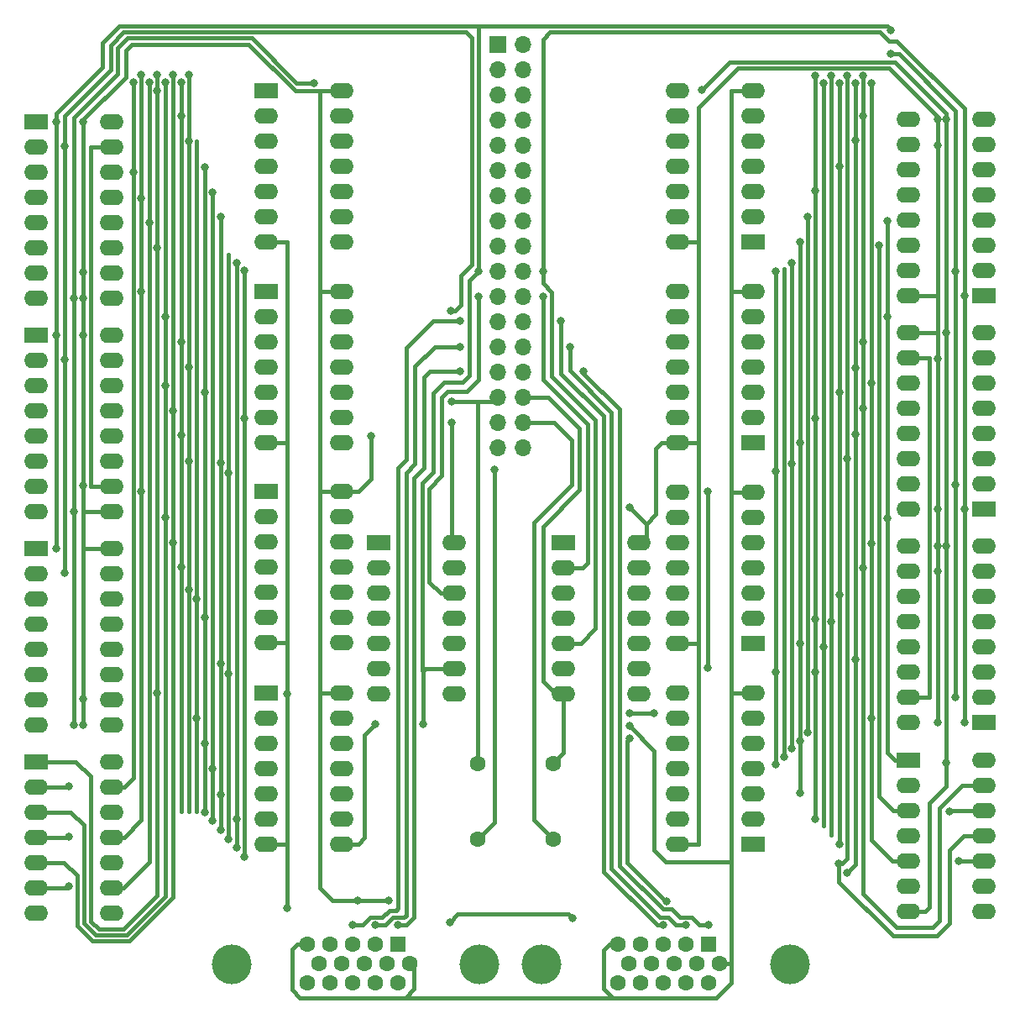
<source format=gbr>
%TF.GenerationSoftware,KiCad,Pcbnew,(6.0.5)*%
%TF.CreationDate,2022-10-16T21:23:39+03:00*%
%TF.ProjectId,VGA_SCREENSYNC,5647415f-5343-4524-9545-4e53594e432e,rev?*%
%TF.SameCoordinates,Original*%
%TF.FileFunction,Copper,L2,Bot*%
%TF.FilePolarity,Positive*%
%FSLAX46Y46*%
G04 Gerber Fmt 4.6, Leading zero omitted, Abs format (unit mm)*
G04 Created by KiCad (PCBNEW (6.0.5)) date 2022-10-16 21:23:39*
%MOMM*%
%LPD*%
G01*
G04 APERTURE LIST*
%TA.AperFunction,ComponentPad*%
%ADD10C,1.600000*%
%TD*%
%TA.AperFunction,ComponentPad*%
%ADD11R,2.400000X1.600000*%
%TD*%
%TA.AperFunction,ComponentPad*%
%ADD12O,2.400000X1.600000*%
%TD*%
%TA.AperFunction,ComponentPad*%
%ADD13R,1.700000X1.700000*%
%TD*%
%TA.AperFunction,ComponentPad*%
%ADD14O,1.700000X1.700000*%
%TD*%
%TA.AperFunction,ComponentPad*%
%ADD15C,4.000000*%
%TD*%
%TA.AperFunction,ComponentPad*%
%ADD16R,1.600000X1.600000*%
%TD*%
%TA.AperFunction,ViaPad*%
%ADD17C,0.800000*%
%TD*%
%TA.AperFunction,Conductor*%
%ADD18C,0.400000*%
%TD*%
G04 APERTURE END LIST*
D10*
%TO.P,,2*%
%TO.N,N/C*%
X95010000Y-117250000D03*
%TD*%
D11*
%TO.P,74LS30,1*%
%TO.N,N/C*%
X73700000Y-49460000D03*
D12*
%TO.P,74LS30,2*%
X73700000Y-52000000D03*
%TO.P,74LS30,3*%
X73700000Y-54540000D03*
%TO.P,74LS30,4*%
X73700000Y-57080000D03*
%TO.P,74LS30,5*%
X73700000Y-59620000D03*
%TO.P,74LS30,6*%
X73700000Y-62160000D03*
%TO.P,74LS30,7*%
X73700000Y-64700000D03*
%TO.P,74LS30,8*%
X81320000Y-64700000D03*
%TO.P,74LS30,9*%
X81320000Y-62160000D03*
%TO.P,74LS30,10*%
X81320000Y-59620000D03*
%TO.P,74LS30,11*%
X81320000Y-57080000D03*
%TO.P,74LS30,12*%
X81320000Y-54540000D03*
%TO.P,74LS30,13*%
X81320000Y-52000000D03*
%TO.P,74LS30,14*%
X81320000Y-49460000D03*
%TD*%
D13*
%TO.P,2x17 Connector  ,1*%
%TO.N,N/C*%
X97070000Y-44750000D03*
D14*
%TO.P,2x17 Connector  ,2*%
X99610000Y-44750000D03*
%TO.P,2x17 Connector  ,3*%
X97070000Y-47290000D03*
%TO.P,2x17 Connector  ,4*%
X99610000Y-47290000D03*
%TO.P,2x17 Connector  ,5*%
X97070000Y-49830000D03*
%TO.P,2x17 Connector  ,6*%
X99610000Y-49830000D03*
%TO.P,2x17 Connector  ,7*%
X97070000Y-52370000D03*
%TO.P,2x17 Connector  ,8*%
X99610000Y-52370000D03*
%TO.P,2x17 Connector  ,9*%
X97070000Y-54910000D03*
%TO.P,2x17 Connector  ,10*%
X99610000Y-54910000D03*
%TO.P,2x17 Connector  ,11*%
X97070000Y-57450000D03*
%TO.P,2x17 Connector  ,12*%
X99610000Y-57450000D03*
%TO.P,2x17 Connector  ,13*%
X97070000Y-59990000D03*
%TO.P,2x17 Connector  ,14*%
X99610000Y-59990000D03*
%TO.P,2x17 Connector  ,15*%
X97070000Y-62530000D03*
%TO.P,2x17 Connector  ,16*%
X99610000Y-62530000D03*
%TO.P,2x17 Connector  ,17*%
X97070000Y-65070000D03*
%TO.P,2x17 Connector  ,18*%
X99610000Y-65070000D03*
%TO.P,2x17 Connector  ,19*%
X97070000Y-67610000D03*
%TO.P,2x17 Connector  ,20*%
X99610000Y-67610000D03*
%TO.P,2x17 Connector  ,21*%
X97070000Y-70150000D03*
%TO.P,2x17 Connector  ,22*%
X99610000Y-70150000D03*
%TO.P,2x17 Connector  ,23*%
X97070000Y-72690000D03*
%TO.P,2x17 Connector  ,24*%
X99610000Y-72690000D03*
%TO.P,2x17 Connector  ,25*%
X97070000Y-75230000D03*
%TO.P,2x17 Connector  ,26*%
X99610000Y-75230000D03*
%TO.P,2x17 Connector  ,27*%
X97070000Y-77770000D03*
%TO.P,2x17 Connector  ,28*%
X99610000Y-77770000D03*
%TO.P,2x17 Connector  ,29*%
X97070000Y-80310000D03*
%TO.P,2x17 Connector  ,30*%
X99610000Y-80310000D03*
%TO.P,2x17 Connector  ,31*%
X97070000Y-82850000D03*
%TO.P,2x17 Connector  ,32*%
X99610000Y-82850000D03*
%TO.P,2x17 Connector  ,33*%
X97070000Y-85390000D03*
%TO.P,2x17 Connector  ,34*%
X99610000Y-85390000D03*
%TD*%
D15*
%TO.P,VGA PORT 2,0*%
%TO.N,N/C*%
X126490000Y-137490000D03*
X101490000Y-137490000D03*
D16*
%TO.P,VGA PORT 2,1*%
X118305000Y-135440000D03*
D10*
%TO.P,VGA PORT 2,2*%
X116015000Y-135440000D03*
%TO.P,VGA PORT 2,3*%
X113725000Y-135440000D03*
%TO.P,VGA PORT 2,4*%
X111435000Y-135440000D03*
%TO.P,VGA PORT 2,5*%
X109145000Y-135440000D03*
%TO.P,VGA PORT 2,6*%
X119450000Y-137420000D03*
%TO.P,VGA PORT 2,7*%
X117160000Y-137420000D03*
%TO.P,VGA PORT 2,8*%
X114870000Y-137420000D03*
%TO.P,VGA PORT 2,9*%
X112580000Y-137420000D03*
%TO.P,VGA PORT 2,10*%
X110290000Y-137420000D03*
%TO.P,VGA PORT 2,11*%
X118305000Y-139400000D03*
%TO.P,VGA PORT 2,12*%
X116015000Y-139400000D03*
%TO.P,VGA PORT 2,13*%
X113725000Y-139400000D03*
%TO.P,VGA PORT 2,14*%
X111435000Y-139400000D03*
%TO.P,VGA PORT 2,15*%
X109145000Y-139400000D03*
%TD*%
D11*
%TO.P,74LS161,1*%
%TO.N,N/C*%
X50500000Y-95560000D03*
D12*
%TO.P,74LS161,2*%
X50500000Y-98100000D03*
%TO.P,74LS161,3*%
X50500000Y-100640000D03*
%TO.P,74LS161,4*%
X50500000Y-103180000D03*
%TO.P,74LS161,5*%
X50500000Y-105720000D03*
%TO.P,74LS161,6*%
X50500000Y-108260000D03*
%TO.P,74LS161,7*%
X50500000Y-110800000D03*
%TO.P,74LS161,8*%
X50500000Y-113340000D03*
%TO.P,74LS161,9*%
X58120000Y-113340000D03*
%TO.P,74LS161,10*%
X58120000Y-110800000D03*
%TO.P,74LS161,11*%
X58120000Y-108260000D03*
%TO.P,74LS161,12*%
X58120000Y-105720000D03*
%TO.P,74LS161,13*%
X58120000Y-103180000D03*
%TO.P,74LS161,14*%
X58120000Y-100640000D03*
%TO.P,74LS161,15*%
X58120000Y-98100000D03*
%TO.P,74LS161,16*%
X58120000Y-95560000D03*
%TD*%
D10*
%TO.P,,3*%
%TO.N,N/C*%
X102610000Y-117250000D03*
%TD*%
D11*
%TO.P,74LS30,1*%
%TO.N,N/C*%
X73700000Y-89860000D03*
D12*
%TO.P,74LS30,2*%
X73700000Y-92400000D03*
%TO.P,74LS30,3*%
X73700000Y-94940000D03*
%TO.P,74LS30,4*%
X73700000Y-97480000D03*
%TO.P,74LS30,5*%
X73700000Y-100020000D03*
%TO.P,74LS30,6*%
X73700000Y-102560000D03*
%TO.P,74LS30,7*%
X73700000Y-105100000D03*
%TO.P,74LS30,8*%
X81320000Y-105100000D03*
%TO.P,74LS30,9*%
X81320000Y-102560000D03*
%TO.P,74LS30,10*%
X81320000Y-100020000D03*
%TO.P,74LS30,11*%
X81320000Y-97480000D03*
%TO.P,74LS30,12*%
X81320000Y-94940000D03*
%TO.P,74LS30,13*%
X81320000Y-92400000D03*
%TO.P,74LS30,14*%
X81320000Y-89860000D03*
%TD*%
D11*
%TO.P,74LS30,1*%
%TO.N,N/C*%
X122800000Y-84960000D03*
D12*
%TO.P,74LS30,2*%
X122800000Y-82420000D03*
%TO.P,74LS30,3*%
X122800000Y-79880000D03*
%TO.P,74LS30,4*%
X122800000Y-77340000D03*
%TO.P,74LS30,5*%
X122800000Y-74800000D03*
%TO.P,74LS30,6*%
X122800000Y-72260000D03*
%TO.P,74LS30,7*%
X122800000Y-69720000D03*
%TO.P,74LS30,8*%
X115180000Y-69720000D03*
%TO.P,74LS30,9*%
X115180000Y-72260000D03*
%TO.P,74LS30,10*%
X115180000Y-74800000D03*
%TO.P,74LS30,11*%
X115180000Y-77340000D03*
%TO.P,74LS30,12*%
X115180000Y-79880000D03*
%TO.P,74LS30,13*%
X115180000Y-82420000D03*
%TO.P,74LS30,14*%
X115180000Y-84960000D03*
%TD*%
D11*
%TO.P,74LS161,1*%
%TO.N,N/C*%
X146100000Y-70110000D03*
D12*
%TO.P,74LS161,2*%
X146100000Y-67570000D03*
%TO.P,74LS161,3*%
X146100000Y-65030000D03*
%TO.P,74LS161,4*%
X146100000Y-62490000D03*
%TO.P,74LS161,5*%
X146100000Y-59950000D03*
%TO.P,74LS161,6*%
X146100000Y-57410000D03*
%TO.P,74LS161,7*%
X146100000Y-54870000D03*
%TO.P,74LS161,8*%
X146100000Y-52330000D03*
%TO.P,74LS161,9*%
X138480000Y-52330000D03*
%TO.P,74LS161,10*%
X138480000Y-54870000D03*
%TO.P,74LS161,11*%
X138480000Y-57410000D03*
%TO.P,74LS161,12*%
X138480000Y-59950000D03*
%TO.P,74LS161,13*%
X138480000Y-62490000D03*
%TO.P,74LS161,14*%
X138480000Y-65030000D03*
%TO.P,74LS161,15*%
X138480000Y-67570000D03*
%TO.P,74LS161,16*%
X138480000Y-70110000D03*
%TD*%
D11*
%TO.P,74LS161,1*%
%TO.N,N/C*%
X146100000Y-113110000D03*
D12*
%TO.P,74LS161,2*%
X146100000Y-110570000D03*
%TO.P,74LS161,3*%
X146100000Y-108030000D03*
%TO.P,74LS161,4*%
X146100000Y-105490000D03*
%TO.P,74LS161,5*%
X146100000Y-102950000D03*
%TO.P,74LS161,6*%
X146100000Y-100410000D03*
%TO.P,74LS161,7*%
X146100000Y-97870000D03*
%TO.P,74LS161,8*%
X146100000Y-95330000D03*
%TO.P,74LS161,9*%
X138480000Y-95330000D03*
%TO.P,74LS161,10*%
X138480000Y-97870000D03*
%TO.P,74LS161,11*%
X138480000Y-100410000D03*
%TO.P,74LS161,12*%
X138480000Y-102950000D03*
%TO.P,74LS161,13*%
X138480000Y-105490000D03*
%TO.P,74LS161,14*%
X138480000Y-108030000D03*
%TO.P,74LS161,15*%
X138480000Y-110570000D03*
%TO.P,74LS161,16*%
X138480000Y-113110000D03*
%TD*%
D10*
%TO.P,,4*%
%TO.N,N/C*%
X102610000Y-124850000D03*
%TD*%
D11*
%TO.P,74LS00,1*%
%TO.N,N/C*%
X85010000Y-95025000D03*
D12*
%TO.P,74LS00,2*%
X85010000Y-97565000D03*
%TO.P,74LS00,3*%
X85010000Y-100105000D03*
%TO.P,74LS00,4*%
X85010000Y-102645000D03*
%TO.P,74LS00,5*%
X85010000Y-105185000D03*
%TO.P,74LS00,6*%
X85010000Y-107725000D03*
%TO.P,74LS00,7*%
X85010000Y-110265000D03*
%TO.P,74LS00,8*%
X92630000Y-110265000D03*
%TO.P,74LS00,9*%
X92630000Y-107725000D03*
%TO.P,74LS00,10*%
X92630000Y-105185000D03*
%TO.P,74LS00,11*%
X92630000Y-102645000D03*
%TO.P,74LS00,12*%
X92630000Y-100105000D03*
%TO.P,74LS00,13*%
X92630000Y-97565000D03*
%TO.P,74LS00,14*%
X92630000Y-95025000D03*
%TD*%
D11*
%TO.P,74LS30,1*%
%TO.N,N/C*%
X122800000Y-105160000D03*
D12*
%TO.P,74LS30,2*%
X122800000Y-102620000D03*
%TO.P,74LS30,3*%
X122800000Y-100080000D03*
%TO.P,74LS30,4*%
X122800000Y-97540000D03*
%TO.P,74LS30,5*%
X122800000Y-95000000D03*
%TO.P,74LS30,6*%
X122800000Y-92460000D03*
%TO.P,74LS30,7*%
X122800000Y-89920000D03*
%TO.P,74LS30,8*%
X115180000Y-89920000D03*
%TO.P,74LS30,9*%
X115180000Y-92460000D03*
%TO.P,74LS30,10*%
X115180000Y-95000000D03*
%TO.P,74LS30,11*%
X115180000Y-97540000D03*
%TO.P,74LS30,12*%
X115180000Y-100080000D03*
%TO.P,74LS30,13*%
X115180000Y-102620000D03*
%TO.P,74LS30,14*%
X115180000Y-105160000D03*
%TD*%
D11*
%TO.P,74LS30,1*%
%TO.N,N/C*%
X73700000Y-69660000D03*
D12*
%TO.P,74LS30,2*%
X73700000Y-72200000D03*
%TO.P,74LS30,3*%
X73700000Y-74740000D03*
%TO.P,74LS30,4*%
X73700000Y-77280000D03*
%TO.P,74LS30,5*%
X73700000Y-79820000D03*
%TO.P,74LS30,6*%
X73700000Y-82360000D03*
%TO.P,74LS30,7*%
X73700000Y-84900000D03*
%TO.P,74LS30,8*%
X81320000Y-84900000D03*
%TO.P,74LS30,9*%
X81320000Y-82360000D03*
%TO.P,74LS30,10*%
X81320000Y-79820000D03*
%TO.P,74LS30,11*%
X81320000Y-77280000D03*
%TO.P,74LS30,12*%
X81320000Y-74740000D03*
%TO.P,74LS30,13*%
X81320000Y-72200000D03*
%TO.P,74LS30,14*%
X81320000Y-69660000D03*
%TD*%
D11*
%TO.P,74LS04,1*%
%TO.N,N/C*%
X50500000Y-117060000D03*
D12*
%TO.P,74LS04,2*%
X50500000Y-119600000D03*
%TO.P,74LS04,3*%
X50500000Y-122140000D03*
%TO.P,74LS04,4*%
X50500000Y-124680000D03*
%TO.P,74LS04,5*%
X50500000Y-127220000D03*
%TO.P,74LS04,6*%
X50500000Y-129760000D03*
%TO.P,74LS04,7*%
X50500000Y-132300000D03*
%TO.P,74LS04,8*%
X58120000Y-132300000D03*
%TO.P,74LS04,9*%
X58120000Y-129760000D03*
%TO.P,74LS04,10*%
X58120000Y-127220000D03*
%TO.P,74LS04,11*%
X58120000Y-124680000D03*
%TO.P,74LS04,12*%
X58120000Y-122140000D03*
%TO.P,74LS04,13*%
X58120000Y-119600000D03*
%TO.P,74LS04,14*%
X58120000Y-117060000D03*
%TD*%
D11*
%TO.P,74LS161,1*%
%TO.N,N/C*%
X50500000Y-52560000D03*
D12*
%TO.P,74LS161,2*%
X50500000Y-55100000D03*
%TO.P,74LS161,3*%
X50500000Y-57640000D03*
%TO.P,74LS161,4*%
X50500000Y-60180000D03*
%TO.P,74LS161,5*%
X50500000Y-62720000D03*
%TO.P,74LS161,6*%
X50500000Y-65260000D03*
%TO.P,74LS161,7*%
X50500000Y-67800000D03*
%TO.P,74LS161,8*%
X50500000Y-70340000D03*
%TO.P,74LS161,9*%
X58120000Y-70340000D03*
%TO.P,74LS161,10*%
X58120000Y-67800000D03*
%TO.P,74LS161,11*%
X58120000Y-65260000D03*
%TO.P,74LS161,12*%
X58120000Y-62720000D03*
%TO.P,74LS161,13*%
X58120000Y-60180000D03*
%TO.P,74LS161,14*%
X58120000Y-57640000D03*
%TO.P,74LS161,15*%
X58120000Y-55100000D03*
%TO.P,74LS161,16*%
X58120000Y-52560000D03*
%TD*%
D11*
%TO.P,74LS30,1*%
%TO.N,N/C*%
X122800000Y-125360000D03*
D12*
%TO.P,74LS30,2*%
X122800000Y-122820000D03*
%TO.P,74LS30,3*%
X122800000Y-120280000D03*
%TO.P,74LS30,4*%
X122800000Y-117740000D03*
%TO.P,74LS30,5*%
X122800000Y-115200000D03*
%TO.P,74LS30,6*%
X122800000Y-112660000D03*
%TO.P,74LS30,7*%
X122800000Y-110120000D03*
%TO.P,74LS30,8*%
X115180000Y-110120000D03*
%TO.P,74LS30,9*%
X115180000Y-112660000D03*
%TO.P,74LS30,10*%
X115180000Y-115200000D03*
%TO.P,74LS30,11*%
X115180000Y-117740000D03*
%TO.P,74LS30,12*%
X115180000Y-120280000D03*
%TO.P,74LS30,13*%
X115180000Y-122820000D03*
%TO.P,74LS30,14*%
X115180000Y-125360000D03*
%TD*%
D11*
%TO.P,74LS04,1*%
%TO.N,N/C*%
X138500000Y-116930000D03*
D12*
%TO.P,74LS04,2*%
X138500000Y-119470000D03*
%TO.P,74LS04,3*%
X138500000Y-122010000D03*
%TO.P,74LS04,4*%
X138500000Y-124550000D03*
%TO.P,74LS04,5*%
X138500000Y-127090000D03*
%TO.P,74LS04,6*%
X138500000Y-129630000D03*
%TO.P,74LS04,7*%
X138500000Y-132170000D03*
%TO.P,74LS04,8*%
X146120000Y-132170000D03*
%TO.P,74LS04,9*%
X146120000Y-129630000D03*
%TO.P,74LS04,10*%
X146120000Y-127090000D03*
%TO.P,74LS04,11*%
X146120000Y-124550000D03*
%TO.P,74LS04,12*%
X146120000Y-122010000D03*
%TO.P,74LS04,13*%
X146120000Y-119470000D03*
%TO.P,74LS04,14*%
X146120000Y-116930000D03*
%TD*%
D11*
%TO.P,74LS161,1*%
%TO.N,N/C*%
X146100000Y-91610000D03*
D12*
%TO.P,74LS161,2*%
X146100000Y-89070000D03*
%TO.P,74LS161,3*%
X146100000Y-86530000D03*
%TO.P,74LS161,4*%
X146100000Y-83990000D03*
%TO.P,74LS161,5*%
X146100000Y-81450000D03*
%TO.P,74LS161,6*%
X146100000Y-78910000D03*
%TO.P,74LS161,7*%
X146100000Y-76370000D03*
%TO.P,74LS161,8*%
X146100000Y-73830000D03*
%TO.P,74LS161,9*%
X138480000Y-73830000D03*
%TO.P,74LS161,10*%
X138480000Y-76370000D03*
%TO.P,74LS161,11*%
X138480000Y-78910000D03*
%TO.P,74LS161,12*%
X138480000Y-81450000D03*
%TO.P,74LS161,13*%
X138480000Y-83990000D03*
%TO.P,74LS161,14*%
X138480000Y-86530000D03*
%TO.P,74LS161,15*%
X138480000Y-89070000D03*
%TO.P,74LS161,16*%
X138480000Y-91610000D03*
%TD*%
D11*
%TO.P,74LS30,1*%
%TO.N,N/C*%
X73700000Y-110160000D03*
D12*
%TO.P,74LS30,2*%
X73700000Y-112700000D03*
%TO.P,74LS30,3*%
X73700000Y-115240000D03*
%TO.P,74LS30,4*%
X73700000Y-117780000D03*
%TO.P,74LS30,5*%
X73700000Y-120320000D03*
%TO.P,74LS30,6*%
X73700000Y-122860000D03*
%TO.P,74LS30,7*%
X73700000Y-125400000D03*
%TO.P,74LS30,8*%
X81320000Y-125400000D03*
%TO.P,74LS30,9*%
X81320000Y-122860000D03*
%TO.P,74LS30,10*%
X81320000Y-120320000D03*
%TO.P,74LS30,11*%
X81320000Y-117780000D03*
%TO.P,74LS30,12*%
X81320000Y-115240000D03*
%TO.P,74LS30,13*%
X81320000Y-112700000D03*
%TO.P,74LS30,14*%
X81320000Y-110160000D03*
%TD*%
D11*
%TO.P,74LS161,1*%
%TO.N,N/C*%
X50500000Y-74060000D03*
D12*
%TO.P,74LS161,2*%
X50500000Y-76600000D03*
%TO.P,74LS161,3*%
X50500000Y-79140000D03*
%TO.P,74LS161,4*%
X50500000Y-81680000D03*
%TO.P,74LS161,5*%
X50500000Y-84220000D03*
%TO.P,74LS161,6*%
X50500000Y-86760000D03*
%TO.P,74LS161,7*%
X50500000Y-89300000D03*
%TO.P,74LS161,8*%
X50500000Y-91840000D03*
%TO.P,74LS161,9*%
X58120000Y-91840000D03*
%TO.P,74LS161,10*%
X58120000Y-89300000D03*
%TO.P,74LS161,11*%
X58120000Y-86760000D03*
%TO.P,74LS161,12*%
X58120000Y-84220000D03*
%TO.P,74LS161,13*%
X58120000Y-81680000D03*
%TO.P,74LS161,14*%
X58120000Y-79140000D03*
%TO.P,74LS161,15*%
X58120000Y-76600000D03*
%TO.P,74LS161,16*%
X58120000Y-74060000D03*
%TD*%
D10*
%TO.P,,1*%
%TO.N,N/C*%
X95010000Y-124850000D03*
%TD*%
D11*
%TO.P,74LS30,1*%
%TO.N,N/C*%
X122800000Y-64660000D03*
D12*
%TO.P,74LS30,2*%
X122800000Y-62120000D03*
%TO.P,74LS30,3*%
X122800000Y-59580000D03*
%TO.P,74LS30,4*%
X122800000Y-57040000D03*
%TO.P,74LS30,5*%
X122800000Y-54500000D03*
%TO.P,74LS30,6*%
X122800000Y-51960000D03*
%TO.P,74LS30,7*%
X122800000Y-49420000D03*
%TO.P,74LS30,8*%
X115180000Y-49420000D03*
%TO.P,74LS30,9*%
X115180000Y-51960000D03*
%TO.P,74LS30,10*%
X115180000Y-54500000D03*
%TO.P,74LS30,11*%
X115180000Y-57040000D03*
%TO.P,74LS30,12*%
X115180000Y-59580000D03*
%TO.P,74LS30,13*%
X115180000Y-62120000D03*
%TO.P,74LS30,14*%
X115180000Y-64660000D03*
%TD*%
D15*
%TO.P,VGA PORT 1,0*%
%TO.N,N/C*%
X70195000Y-137480000D03*
X95195000Y-137480000D03*
D16*
%TO.P,VGA PORT 1,1*%
X87010000Y-135430000D03*
D10*
%TO.P,VGA PORT 1,2*%
X84720000Y-135430000D03*
%TO.P,VGA PORT 1,3*%
X82430000Y-135430000D03*
%TO.P,VGA PORT 1,4*%
X80140000Y-135430000D03*
%TO.P,VGA PORT 1,5*%
X77850000Y-135430000D03*
%TO.P,VGA PORT 1,6*%
X88155000Y-137410000D03*
%TO.P,VGA PORT 1,7*%
X85865000Y-137410000D03*
%TO.P,VGA PORT 1,8*%
X83575000Y-137410000D03*
%TO.P,VGA PORT 1,9*%
X81285000Y-137410000D03*
%TO.P,VGA PORT 1,10*%
X78995000Y-137410000D03*
%TO.P,VGA PORT 1,11*%
X87010000Y-139390000D03*
%TO.P,VGA PORT 1,12*%
X84720000Y-139390000D03*
%TO.P,VGA PORT 1,13*%
X82430000Y-139390000D03*
%TO.P,VGA PORT 1,14*%
X80140000Y-139390000D03*
%TO.P,VGA PORT 1,15*%
X77850000Y-139390000D03*
%TD*%
D11*
%TO.P,74LS00,1*%
%TO.N,N/C*%
X103690000Y-94990000D03*
D12*
%TO.P,74LS00,2*%
X103690000Y-97530000D03*
%TO.P,74LS00,3*%
X103690000Y-100070000D03*
%TO.P,74LS00,4*%
X103690000Y-102610000D03*
%TO.P,74LS00,5*%
X103690000Y-105150000D03*
%TO.P,74LS00,6*%
X103690000Y-107690000D03*
%TO.P,74LS00,7*%
X103690000Y-110230000D03*
%TO.P,74LS00,8*%
X111310000Y-110230000D03*
%TO.P,74LS00,9*%
X111310000Y-107690000D03*
%TO.P,74LS00,10*%
X111310000Y-105150000D03*
%TO.P,74LS00,11*%
X111310000Y-102610000D03*
%TO.P,74LS00,12*%
X111310000Y-100070000D03*
%TO.P,74LS00,13*%
X111310000Y-97530000D03*
%TO.P,74LS00,14*%
X111310000Y-94990000D03*
%TD*%
D17*
%TO.N,*%
X61900000Y-62760000D03*
X54300000Y-91860000D03*
X65900000Y-99760000D03*
X54300000Y-113360000D03*
X141400000Y-54910000D03*
X129100000Y-102660000D03*
X69100000Y-86960000D03*
X131500000Y-100260000D03*
X135500000Y-65030000D03*
X68300000Y-117760000D03*
X53800000Y-129660000D03*
X61100000Y-69660000D03*
X67500000Y-115260000D03*
X126700000Y-66760000D03*
X52500000Y-95560000D03*
X134700000Y-95060000D03*
X61100000Y-89860000D03*
X65100000Y-51960000D03*
X133900000Y-51960000D03*
X64300000Y-47860000D03*
X105710000Y-77750000D03*
X96710000Y-87650000D03*
X126700000Y-115760000D03*
X114110000Y-131150000D03*
X116015000Y-133550000D03*
X55200000Y-74060000D03*
X52500000Y-52560000D03*
X52500000Y-74060000D03*
X131500000Y-57060000D03*
X95110000Y-70150000D03*
X69100000Y-120360000D03*
X95110000Y-67650000D03*
X69900000Y-87960000D03*
X118210000Y-89850000D03*
X55200000Y-113360000D03*
X143200000Y-67610000D03*
X131500000Y-79860000D03*
X78510000Y-48650000D03*
X134700000Y-112660000D03*
X70700000Y-125760000D03*
X84710000Y-133550000D03*
X66700000Y-112660000D03*
X142610000Y-122050000D03*
X142300000Y-95310000D03*
X65900000Y-47860000D03*
X133100000Y-48660000D03*
X70700000Y-66760000D03*
X104610000Y-132850000D03*
X144100000Y-113110000D03*
X103410000Y-72650000D03*
X125100000Y-87760000D03*
X55200000Y-52560000D03*
X130700000Y-47960000D03*
X67500000Y-122160000D03*
X128300000Y-114160000D03*
X136300000Y-62530000D03*
X130700000Y-102930000D03*
X55200000Y-70360000D03*
X86010000Y-131050000D03*
X129100000Y-122860000D03*
X110310000Y-91450000D03*
X118310000Y-133550000D03*
X71500000Y-126660000D03*
X131500000Y-48660000D03*
X53800000Y-124660000D03*
X60300000Y-48560000D03*
X141400000Y-97910000D03*
X61100000Y-47860000D03*
X131400000Y-127360000D03*
X104310000Y-75250000D03*
X62700000Y-65260000D03*
X75800000Y-110250000D03*
X101610000Y-67650000D03*
X125900000Y-116560000D03*
X67500000Y-79860000D03*
X82430000Y-133550000D03*
X69100000Y-123960000D03*
X93210000Y-72650000D03*
X70700000Y-122860000D03*
X60300000Y-57660000D03*
X93210000Y-75250000D03*
X68300000Y-123060000D03*
X144100000Y-70110000D03*
X132300000Y-86530000D03*
X133900000Y-97560000D03*
X66700000Y-100660000D03*
X75810000Y-131850000D03*
X110310000Y-114750000D03*
X125100000Y-67660000D03*
X53400000Y-98060000D03*
X84710000Y-113250000D03*
X141400000Y-76410000D03*
X143200000Y-110610000D03*
X126700000Y-87060000D03*
X63500000Y-72260000D03*
X53800000Y-119560000D03*
X92410000Y-80750000D03*
X67500000Y-57160000D03*
X53400000Y-76560000D03*
X110310000Y-112150000D03*
X127500000Y-64660000D03*
X64300000Y-94960000D03*
X65900000Y-77260000D03*
X141400000Y-52310000D03*
X68300000Y-59660000D03*
X127500000Y-114960000D03*
X71500000Y-67560000D03*
X61900000Y-48560000D03*
X129100000Y-82460000D03*
X92210000Y-133250000D03*
X84310000Y-84250000D03*
X69100000Y-62160000D03*
X69900000Y-124860000D03*
X63500000Y-79160000D03*
X144100000Y-91610000D03*
X113725000Y-133550000D03*
X132300000Y-128260000D03*
X65100000Y-84160000D03*
X92310000Y-71650000D03*
X64300000Y-81660000D03*
X65900000Y-86760000D03*
X63500000Y-92460000D03*
X131500000Y-125360000D03*
X82910000Y-131050000D03*
X133900000Y-74760000D03*
X133900000Y-47960000D03*
X117610000Y-49350000D03*
X143510000Y-127060000D03*
X61100000Y-60260000D03*
X69900000Y-108160000D03*
X62700000Y-47860000D03*
X133100000Y-106760000D03*
X127500000Y-84960000D03*
X89510000Y-113250000D03*
X101610000Y-70150000D03*
X112810000Y-112150000D03*
X65900000Y-54560000D03*
X142300000Y-117140000D03*
X129100000Y-108030000D03*
X53400000Y-55060000D03*
X55200000Y-67760000D03*
X127500000Y-105160000D03*
X92410000Y-82850000D03*
X128300000Y-62160000D03*
X141400000Y-91610000D03*
X87010000Y-133550000D03*
X93210000Y-77750000D03*
X129100000Y-59560000D03*
X133100000Y-84030000D03*
X65100000Y-48560000D03*
X143200000Y-89110000D03*
X136300000Y-72260000D03*
X127500000Y-120260000D03*
X118210000Y-107650000D03*
X141400000Y-95310000D03*
X136710000Y-45750000D03*
X71500000Y-82460000D03*
X133100000Y-77360000D03*
X65100000Y-74760000D03*
X54300000Y-70360000D03*
X63500000Y-48560000D03*
X142300000Y-73810000D03*
X55200000Y-89260000D03*
X133100000Y-54460000D03*
X55200000Y-110760000D03*
X142300000Y-52310000D03*
X125100000Y-117360000D03*
X62700000Y-49460000D03*
X129900000Y-48660000D03*
X136710000Y-43350000D03*
X136300000Y-92560000D03*
X134700000Y-48660000D03*
X125100000Y-108060000D03*
X129100000Y-47960000D03*
X133900000Y-81430000D03*
X132300000Y-47960000D03*
X69100000Y-107160000D03*
X129900000Y-105530000D03*
X67500000Y-102560000D03*
X141400000Y-113110000D03*
X65100000Y-97460000D03*
X134700000Y-78930000D03*
X62700000Y-110160000D03*
X110310000Y-113450000D03*
%TD*%
D18*
%TO.N,*%
X96710000Y-113450000D02*
X96710000Y-87650000D01*
X88610000Y-88450000D02*
X89610000Y-87450000D01*
X143890000Y-119470000D02*
X146120000Y-119470000D01*
X64300000Y-74760000D02*
X64300000Y-94960000D01*
X133900000Y-74760000D02*
X133900000Y-81430000D01*
X87710000Y-140850000D02*
X88610000Y-139950000D01*
X126700000Y-115760000D02*
X126700000Y-87060000D01*
X131400000Y-127360000D02*
X131800000Y-127360000D01*
X119940000Y-137420000D02*
X120010000Y-137350000D01*
X54300000Y-91860000D02*
X54300000Y-70360000D01*
X55200000Y-91860000D02*
X58100000Y-91860000D01*
X56000000Y-55100000D02*
X56000000Y-89300000D01*
X59380000Y-124680000D02*
X58120000Y-124680000D01*
X53400000Y-76560000D02*
X53400000Y-98060000D01*
X143200000Y-89110000D02*
X143200000Y-110610000D01*
X117610000Y-49350000D02*
X120410000Y-46550000D01*
X107710000Y-139950000D02*
X107710000Y-136050000D01*
X50500000Y-124680000D02*
X53780000Y-124680000D01*
X77830000Y-135450000D02*
X76810000Y-135450000D01*
X136900000Y-134660000D02*
X141300000Y-134660000D01*
X137510000Y-45750000D02*
X143200000Y-51440000D01*
X144010000Y-124550000D02*
X146120000Y-124550000D01*
X59510000Y-48050000D02*
X59510000Y-45350000D01*
X112810000Y-115950000D02*
X112810000Y-125950000D01*
X90110000Y-89550000D02*
X91410000Y-88250000D01*
X133100000Y-127460000D02*
X133100000Y-106760000D01*
X71500000Y-82460000D02*
X71500000Y-126660000D01*
X134700000Y-95060000D02*
X134700000Y-112660000D01*
X127500000Y-105160000D02*
X127500000Y-84960000D01*
X108410000Y-140850000D02*
X108510000Y-140750000D01*
X107710000Y-82250000D02*
X103410000Y-77950000D01*
X91410000Y-88250000D02*
X91410000Y-80350000D01*
X106110000Y-97050000D02*
X106110000Y-83050000D01*
X120600000Y-125860000D02*
X120600000Y-110120000D01*
X133900000Y-51960000D02*
X133900000Y-74760000D01*
X116610000Y-132750000D02*
X115410000Y-132750000D01*
X55300000Y-95560000D02*
X57920000Y-95560000D01*
X108510000Y-140750000D02*
X107710000Y-139950000D01*
X92410000Y-80750000D02*
X96630000Y-80750000D01*
X143200000Y-51440000D02*
X143200000Y-67610000D01*
X107710000Y-136050000D02*
X108320000Y-135440000D01*
X105310000Y-83450000D02*
X102170000Y-80310000D01*
X79110000Y-129750000D02*
X79110000Y-110170000D01*
X136710000Y-43350000D02*
X136310000Y-42950000D01*
X137300000Y-133760000D02*
X140900000Y-133760000D01*
X102510000Y-69750000D02*
X101610000Y-68850000D01*
X89410000Y-107850000D02*
X89410000Y-88950000D01*
X102510000Y-78250000D02*
X102510000Y-69750000D01*
X142300000Y-119560000D02*
X142300000Y-117140000D01*
X136710000Y-45750000D02*
X137510000Y-45750000D01*
X102710000Y-82850000D02*
X99610000Y-82850000D01*
X103690000Y-110230000D02*
X102890000Y-110230000D01*
X101610000Y-93350000D02*
X105310000Y-89650000D01*
X103410000Y-77950000D02*
X103410000Y-72650000D01*
X140190000Y-132170000D02*
X140600000Y-131760000D01*
X62700000Y-49460000D02*
X62700000Y-47860000D01*
X131800000Y-127360000D02*
X132300000Y-126860000D01*
X120600000Y-125860000D02*
X120600000Y-137460000D01*
X133900000Y-97560000D02*
X133900000Y-130360000D01*
X79110000Y-110170000D02*
X79100000Y-110160000D01*
X135500000Y-120560000D02*
X136950000Y-122010000D01*
X75800000Y-125400000D02*
X75800000Y-131840000D01*
X81320000Y-49460000D02*
X79100000Y-49460000D01*
X61100000Y-60260000D02*
X61100000Y-47860000D01*
X133100000Y-54460000D02*
X133100000Y-48660000D01*
X79090000Y-49450000D02*
X79100000Y-49460000D01*
X143510000Y-127060000D02*
X143540000Y-127090000D01*
X85410000Y-132750000D02*
X86110000Y-132050000D01*
X61900000Y-62760000D02*
X61900000Y-48560000D01*
X136830000Y-127090000D02*
X138500000Y-127090000D01*
X105710000Y-77950000D02*
X105710000Y-77750000D01*
X60110000Y-44750000D02*
X71910000Y-44750000D01*
X85710000Y-133550000D02*
X86510000Y-132750000D01*
X75800000Y-64700000D02*
X73700000Y-64700000D01*
X134700000Y-78930000D02*
X134700000Y-95060000D01*
X59300000Y-133960000D02*
X56800000Y-133960000D01*
X64300000Y-130760000D02*
X59900000Y-135160000D01*
X112010000Y-93150000D02*
X112010000Y-94290000D01*
X92010000Y-79750000D02*
X93910000Y-79750000D01*
X88610000Y-132750000D02*
X88610000Y-88450000D01*
X136300000Y-116160000D02*
X137100000Y-116960000D01*
X115010000Y-133550000D02*
X114210000Y-132750000D01*
X53700000Y-129760000D02*
X53800000Y-129660000D01*
X138480000Y-110570000D02*
X140600000Y-110570000D01*
X87610000Y-132750000D02*
X87810000Y-132550000D01*
X117300000Y-105160000D02*
X117300000Y-84960000D01*
X75800000Y-131840000D02*
X75810000Y-131850000D01*
X117300000Y-84960000D02*
X115180000Y-84960000D01*
X110110000Y-114950000D02*
X110310000Y-114750000D01*
X108320000Y-135440000D02*
X109145000Y-135440000D01*
X93010000Y-132450000D02*
X104210000Y-132450000D01*
X120600000Y-110120000D02*
X122800000Y-110120000D01*
X143200000Y-89110000D02*
X143200000Y-67610000D01*
X52500000Y-95560000D02*
X52500000Y-74060000D01*
X87010000Y-131850000D02*
X87010000Y-87450000D01*
X88610000Y-139950000D02*
X88610000Y-137865000D01*
X144100000Y-70110000D02*
X144100000Y-91610000D01*
X58710000Y-45150000D02*
X58710000Y-47750000D01*
X59710000Y-44150000D02*
X58710000Y-45150000D01*
X61100000Y-89860000D02*
X61100000Y-122960000D01*
X55200000Y-67760000D02*
X55200000Y-70360000D01*
X136310000Y-42950000D02*
X94530000Y-42950000D01*
X116015000Y-133550000D02*
X115010000Y-133550000D01*
X57210000Y-47050000D02*
X57210000Y-44650000D01*
X62700000Y-130560000D02*
X59300000Y-133960000D01*
X95010000Y-117250000D02*
X95310000Y-116950000D01*
X58010000Y-47350000D02*
X58010000Y-44850000D01*
X76710000Y-48650000D02*
X72210000Y-44150000D01*
X65900000Y-99760000D02*
X65900000Y-79860000D01*
X129100000Y-102660000D02*
X129100000Y-108030000D01*
X84310000Y-88550000D02*
X83000000Y-89860000D01*
X69900000Y-87960000D02*
X69900000Y-108160000D01*
X60300000Y-57660000D02*
X60300000Y-118660000D01*
X120600000Y-69720000D02*
X120600000Y-89920000D01*
X79100000Y-89860000D02*
X79100000Y-110160000D01*
X65100000Y-97460000D02*
X65100000Y-77260000D01*
X107710000Y-128150000D02*
X107710000Y-82250000D01*
X92210000Y-133250000D02*
X93010000Y-132450000D01*
X87810000Y-75350000D02*
X90510000Y-72650000D01*
X90110000Y-98950000D02*
X90110000Y-89550000D01*
X133100000Y-84030000D02*
X133100000Y-77360000D01*
X120600000Y-139360000D02*
X119110000Y-140850000D01*
X126700000Y-87060000D02*
X126700000Y-66760000D01*
X53760000Y-119600000D02*
X53800000Y-119560000D01*
X56800000Y-133960000D02*
X56000000Y-133160000D01*
X133900000Y-81430000D02*
X133900000Y-97560000D01*
X62700000Y-110160000D02*
X62700000Y-130560000D01*
X127500000Y-84960000D02*
X127500000Y-64660000D01*
X120600000Y-127150000D02*
X120600000Y-125860000D01*
X137310000Y-44450000D02*
X136510000Y-44450000D01*
X101610000Y-68850000D02*
X101610000Y-67650000D01*
X141300000Y-134660000D02*
X142600000Y-133360000D01*
X110110000Y-127250000D02*
X110110000Y-114950000D01*
X60300000Y-118660000D02*
X59360000Y-119600000D01*
X79100000Y-69660000D02*
X81320000Y-69660000D01*
X65900000Y-79860000D02*
X65900000Y-77260000D01*
X131500000Y-125360000D02*
X131400000Y-125360000D01*
X105310000Y-89650000D02*
X105310000Y-83450000D01*
X115180000Y-125360000D02*
X117300000Y-125360000D01*
X120410000Y-46550000D02*
X137110000Y-46550000D01*
X78510000Y-48650000D02*
X76710000Y-48650000D01*
X142610000Y-122050000D02*
X142650000Y-122010000D01*
X63500000Y-48560000D02*
X63500000Y-72260000D01*
X141400000Y-52040000D02*
X136510000Y-47150000D01*
X114210000Y-132750000D02*
X113410000Y-132750000D01*
X56000000Y-133160000D02*
X56000000Y-118560000D01*
X90510000Y-87850000D02*
X90510000Y-79950000D01*
X102610000Y-124850000D02*
X100710000Y-122950000D01*
X117300000Y-125360000D02*
X117300000Y-105160000D01*
X106110000Y-83050000D02*
X101610000Y-78550000D01*
X106910000Y-82650000D02*
X102510000Y-78250000D01*
X140600000Y-121260000D02*
X142300000Y-119560000D01*
X88710000Y-77250000D02*
X90710000Y-75250000D01*
X103690000Y-116170000D02*
X102610000Y-117250000D01*
X59900000Y-135160000D02*
X56200000Y-135160000D01*
X122800000Y-49420000D02*
X120600000Y-49420000D01*
X100710000Y-92950000D02*
X104510000Y-89150000D01*
X125100000Y-87760000D02*
X125100000Y-67660000D01*
X133100000Y-77360000D02*
X133100000Y-54460000D01*
X69100000Y-62160000D02*
X69100000Y-86960000D01*
X54300000Y-91860000D02*
X54300000Y-113360000D01*
X52500000Y-52560000D02*
X52500000Y-74060000D01*
X115180000Y-84960000D02*
X113600000Y-84960000D01*
X79100000Y-89860000D02*
X81320000Y-89860000D01*
X55200000Y-91860000D02*
X55200000Y-95460000D01*
X129900000Y-105530000D02*
X129900000Y-48660000D01*
X67500000Y-79860000D02*
X67500000Y-57160000D01*
X79100000Y-110160000D02*
X81320000Y-110160000D01*
X132300000Y-128260000D02*
X133100000Y-127460000D01*
X88610000Y-137865000D02*
X88155000Y-137410000D01*
X141400000Y-70210000D02*
X141300000Y-70110000D01*
X129900000Y-123560000D02*
X129900000Y-105530000D01*
X55200000Y-113360000D02*
X55200000Y-110760000D01*
X86510000Y-132750000D02*
X87610000Y-132750000D01*
X108510000Y-81850000D02*
X104310000Y-77650000D01*
X66700000Y-54560000D02*
X66700000Y-100660000D01*
X68300000Y-117760000D02*
X68300000Y-62060000D01*
X142600000Y-125960000D02*
X144010000Y-124550000D01*
X89510000Y-107950000D02*
X89410000Y-107850000D01*
X114610000Y-131950000D02*
X113710000Y-131950000D01*
X142650000Y-122010000D02*
X146120000Y-122010000D01*
X137100000Y-116960000D02*
X138470000Y-116960000D01*
X84710000Y-133550000D02*
X85710000Y-133550000D01*
X113710000Y-131950000D02*
X109310000Y-127550000D01*
X141400000Y-91610000D02*
X141400000Y-76410000D01*
X144100000Y-113110000D02*
X144100000Y-91610000D01*
X104510000Y-89150000D02*
X104510000Y-84650000D01*
X105630000Y-97530000D02*
X106110000Y-97050000D01*
X91265000Y-100105000D02*
X90110000Y-98950000D01*
X101610000Y-78550000D02*
X101610000Y-70150000D01*
X131400000Y-129160000D02*
X136900000Y-134660000D01*
X136950000Y-122010000D02*
X138500000Y-122010000D01*
X62700000Y-65260000D02*
X62700000Y-110160000D01*
X95110000Y-78550000D02*
X95110000Y-70150000D01*
X105410000Y-105150000D02*
X106910000Y-103650000D01*
X62700000Y-65260000D02*
X62700000Y-49460000D01*
X68300000Y-62060000D02*
X68300000Y-59660000D01*
X96710000Y-123150000D02*
X96710000Y-113450000D01*
X128300000Y-114160000D02*
X128300000Y-62160000D01*
X104310000Y-77650000D02*
X104310000Y-75250000D01*
X103690000Y-97530000D02*
X105630000Y-97530000D01*
X119450000Y-137420000D02*
X120560000Y-137420000D01*
X114110000Y-131150000D02*
X114010000Y-131150000D01*
X58900000Y-42960000D02*
X64100000Y-42960000D01*
X95110000Y-42950000D02*
X95110000Y-67650000D01*
X141400000Y-70210000D02*
X141400000Y-54910000D01*
X113600000Y-84960000D02*
X113010000Y-85550000D01*
X84210000Y-132750000D02*
X85410000Y-132750000D01*
X92630000Y-100105000D02*
X91265000Y-100105000D01*
X90510000Y-79950000D02*
X91610000Y-78850000D01*
X131500000Y-125360000D02*
X131500000Y-100260000D01*
X79100000Y-49460000D02*
X79100000Y-69660000D01*
X93910000Y-79750000D02*
X95110000Y-78550000D01*
X60300000Y-57660000D02*
X60300000Y-48560000D01*
X82960000Y-125400000D02*
X83610000Y-124750000D01*
X135610000Y-43550000D02*
X102310000Y-43550000D01*
X117300000Y-105160000D02*
X115180000Y-105160000D01*
X140900000Y-133760000D02*
X141600000Y-133060000D01*
X57920000Y-95560000D02*
X58020000Y-95460000D01*
X142600000Y-133360000D02*
X142600000Y-125960000D01*
X138500000Y-132170000D02*
X140190000Y-132170000D01*
X50500000Y-119600000D02*
X53760000Y-119600000D01*
X131400000Y-127360000D02*
X131400000Y-129160000D01*
X141600000Y-121760000D02*
X143890000Y-119470000D01*
X65100000Y-122060000D02*
X65100000Y-97460000D01*
X80410000Y-131050000D02*
X79110000Y-129750000D01*
X141300000Y-70110000D02*
X138680000Y-70110000D01*
X118310000Y-133550000D02*
X117410000Y-133550000D01*
X75800000Y-110250000D02*
X75800000Y-125400000D01*
X94410000Y-44150000D02*
X94410000Y-66950000D01*
X53260000Y-127220000D02*
X50500000Y-127220000D01*
X65900000Y-122060000D02*
X65900000Y-99760000D01*
X117300000Y-51160000D02*
X117300000Y-64660000D01*
X141400000Y-73810000D02*
X141400000Y-70210000D01*
X55300000Y-123460000D02*
X53980000Y-122140000D01*
X71500000Y-67560000D02*
X71500000Y-82460000D01*
X138680000Y-70110000D02*
X138580000Y-70210000D01*
X142300000Y-73810000D02*
X142300000Y-52310000D01*
X94210000Y-78150000D02*
X94210000Y-68550000D01*
X63500000Y-130660000D02*
X59600000Y-134560000D01*
X127500000Y-114960000D02*
X127500000Y-105160000D01*
X94410000Y-66950000D02*
X93310000Y-68050000D01*
X58710000Y-47750000D02*
X54300000Y-52160000D01*
X55200000Y-89260000D02*
X55200000Y-91860000D01*
X136300000Y-92560000D02*
X136300000Y-116160000D01*
X140600000Y-110570000D02*
X140600000Y-76370000D01*
X69100000Y-120360000D02*
X69100000Y-123960000D01*
X69100000Y-86960000D02*
X69100000Y-107160000D01*
X120600000Y-137460000D02*
X120600000Y-139360000D01*
X131500000Y-57060000D02*
X131500000Y-51960000D01*
X90210000Y-77750000D02*
X93210000Y-77750000D01*
X52500000Y-52560000D02*
X52500000Y-51760000D01*
X70700000Y-66760000D02*
X70700000Y-122860000D01*
X89410000Y-88950000D02*
X90510000Y-87850000D01*
X130700000Y-124460000D02*
X130700000Y-102930000D01*
X137110000Y-46550000D02*
X142300000Y-51740000D01*
X87010000Y-87450000D02*
X87810000Y-86650000D01*
X125100000Y-108060000D02*
X125100000Y-87760000D01*
X103690000Y-110230000D02*
X103690000Y-116170000D01*
X83610000Y-114350000D02*
X84710000Y-113250000D01*
X66700000Y-112660000D02*
X66700000Y-100660000D01*
X141400000Y-52310000D02*
X141400000Y-54910000D01*
X75800000Y-125400000D02*
X73700000Y-125400000D01*
X77110000Y-140850000D02*
X87710000Y-140850000D01*
X63500000Y-92460000D02*
X63500000Y-130660000D01*
X110310000Y-112150000D02*
X112810000Y-112150000D01*
X120600000Y-49420000D02*
X120600000Y-69720000D01*
X71910000Y-44750000D02*
X76610000Y-49450000D01*
X55200000Y-95460000D02*
X55300000Y-95560000D01*
X138470000Y-116960000D02*
X138500000Y-116930000D01*
X93510000Y-78850000D02*
X94210000Y-78150000D01*
X113010000Y-92150000D02*
X112010000Y-93150000D01*
X75800000Y-105100000D02*
X73700000Y-105100000D01*
X109310000Y-81550000D02*
X105710000Y-77950000D01*
X95010000Y-124850000D02*
X96710000Y-123150000D01*
X69900000Y-108160000D02*
X69900000Y-124860000D01*
X129100000Y-47960000D02*
X129100000Y-49360000D01*
X65100000Y-74760000D02*
X65100000Y-51960000D01*
X96630000Y-80750000D02*
X97070000Y-80310000D01*
X130700000Y-47960000D02*
X130700000Y-102930000D01*
X142300000Y-117140000D02*
X142300000Y-95310000D01*
X142300000Y-73810000D02*
X142300000Y-95310000D01*
X70700000Y-122860000D02*
X70700000Y-125760000D01*
X76810000Y-135450000D02*
X76310000Y-135950000D01*
X92710000Y-71650000D02*
X92310000Y-71650000D01*
X131500000Y-79860000D02*
X131500000Y-57060000D01*
X82910000Y-131050000D02*
X80410000Y-131050000D01*
X101610000Y-44250000D02*
X101610000Y-67650000D01*
X92410000Y-94805000D02*
X92630000Y-95025000D01*
X127500000Y-120260000D02*
X127500000Y-114960000D01*
X89510000Y-107950000D02*
X89735000Y-107725000D01*
X117410000Y-133550000D02*
X116610000Y-132750000D01*
X55200000Y-74060000D02*
X55200000Y-89260000D01*
X64300000Y-47860000D02*
X64300000Y-74760000D01*
X121310000Y-47150000D02*
X117300000Y-51160000D01*
X136300000Y-62530000D02*
X136300000Y-72260000D01*
X56500000Y-134560000D02*
X55300000Y-133360000D01*
X103690000Y-105150000D02*
X105410000Y-105150000D01*
X140600000Y-131760000D02*
X140600000Y-121260000D01*
X102890000Y-110230000D02*
X101610000Y-108950000D01*
X67500000Y-115260000D02*
X67500000Y-102560000D01*
X86110000Y-132050000D02*
X86810000Y-132050000D01*
X55200000Y-52560000D02*
X55200000Y-52360000D01*
X81320000Y-125400000D02*
X82960000Y-125400000D01*
X141400000Y-52310000D02*
X141400000Y-52040000D01*
X114010000Y-127150000D02*
X120600000Y-127150000D01*
X54600000Y-128560000D02*
X53260000Y-127220000D01*
X58010000Y-44850000D02*
X59310000Y-43550000D01*
X72210000Y-44150000D02*
X59710000Y-44150000D01*
X53400000Y-51960000D02*
X58010000Y-47350000D01*
X112810000Y-125950000D02*
X114010000Y-127150000D01*
X59600000Y-134560000D02*
X56500000Y-134560000D01*
X120560000Y-137420000D02*
X120600000Y-137460000D01*
X132300000Y-126860000D02*
X132300000Y-86530000D01*
X75800000Y-110250000D02*
X75800000Y-105100000D01*
X61900000Y-127160000D02*
X59300000Y-129760000D01*
X75800000Y-105100000D02*
X75800000Y-84900000D01*
X56200000Y-135160000D02*
X54600000Y-133560000D01*
X61100000Y-60260000D02*
X61100000Y-69660000D01*
X129100000Y-82460000D02*
X129100000Y-102660000D01*
X95010000Y-117250000D02*
X95010000Y-80750000D01*
X65100000Y-51960000D02*
X65100000Y-48560000D01*
X120600000Y-89920000D02*
X122800000Y-89920000D01*
X89610000Y-87450000D02*
X89610000Y-78350000D01*
X100710000Y-122950000D02*
X100710000Y-92950000D01*
X59310000Y-43550000D02*
X93810000Y-43550000D01*
X53400000Y-76560000D02*
X53400000Y-55060000D01*
X59360000Y-119600000D02*
X58120000Y-119600000D01*
X87810000Y-132550000D02*
X87810000Y-87950000D01*
X76310000Y-140050000D02*
X77110000Y-140850000D01*
X86010000Y-131050000D02*
X82910000Y-131050000D01*
X113410000Y-132750000D02*
X108510000Y-127850000D01*
X93310000Y-68050000D02*
X93310000Y-71050000D01*
X83000000Y-89860000D02*
X81320000Y-89860000D01*
X64000000Y-42960000D02*
X94520000Y-42960000D01*
X90710000Y-75250000D02*
X93210000Y-75250000D01*
X136510000Y-47150000D02*
X121310000Y-47150000D01*
X67500000Y-82360000D02*
X67500000Y-79860000D01*
X129100000Y-59560000D02*
X129100000Y-82460000D01*
X108510000Y-127850000D02*
X108510000Y-81850000D01*
X141400000Y-97910000D02*
X141400000Y-95310000D01*
X54600000Y-133560000D02*
X54600000Y-128560000D01*
X118210000Y-107650000D02*
X118210000Y-89850000D01*
X94530000Y-42950000D02*
X95110000Y-42950000D01*
X57210000Y-44650000D02*
X58900000Y-42960000D01*
X129100000Y-49360000D02*
X129100000Y-59560000D01*
X133900000Y-130360000D02*
X137300000Y-133760000D01*
X54300000Y-52160000D02*
X54300000Y-70360000D01*
X83410000Y-133550000D02*
X84210000Y-132750000D01*
X120600000Y-89920000D02*
X120600000Y-110120000D01*
X87810000Y-87950000D02*
X88710000Y-87050000D01*
X101610000Y-108950000D02*
X101610000Y-93350000D01*
X79100000Y-69660000D02*
X79100000Y-89860000D01*
X56000000Y-89300000D02*
X58120000Y-89300000D01*
X140600000Y-76370000D02*
X138480000Y-76370000D01*
X82430000Y-133550000D02*
X83410000Y-133550000D01*
X75800000Y-84900000D02*
X75800000Y-64700000D01*
X132300000Y-47960000D02*
X132300000Y-86530000D01*
X111310000Y-107690000D02*
X111750000Y-107250000D01*
X141600000Y-133060000D02*
X141600000Y-121760000D01*
X129100000Y-122860000D02*
X129100000Y-108030000D01*
X136510000Y-44450000D02*
X135610000Y-43550000D01*
X102310000Y-43550000D02*
X101610000Y-44250000D01*
X113010000Y-85550000D02*
X113010000Y-92150000D01*
X69100000Y-107160000D02*
X69100000Y-120360000D01*
X92630000Y-107725000D02*
X93070000Y-107285000D01*
X93310000Y-71050000D02*
X92710000Y-71650000D01*
X53980000Y-122140000D02*
X50500000Y-122140000D01*
X106910000Y-103650000D02*
X106910000Y-82650000D01*
X113110000Y-133550000D02*
X107710000Y-128150000D01*
X55200000Y-52360000D02*
X59510000Y-48050000D01*
X61100000Y-122960000D02*
X59380000Y-124680000D01*
X87810000Y-86650000D02*
X87810000Y-75350000D01*
X144100000Y-51240000D02*
X137310000Y-44450000D01*
X117300000Y-84960000D02*
X117300000Y-64660000D01*
X104210000Y-132450000D02*
X104610000Y-132850000D01*
X69900000Y-65960000D02*
X69900000Y-87960000D01*
X134700000Y-78930000D02*
X134700000Y-48660000D01*
X68300000Y-123060000D02*
X68300000Y-117760000D01*
X63500000Y-72260000D02*
X63500000Y-92460000D01*
X88710000Y-87050000D02*
X88710000Y-77250000D01*
X59300000Y-129760000D02*
X58120000Y-129760000D01*
X102170000Y-80310000D02*
X99610000Y-80310000D01*
X77850000Y-135430000D02*
X77830000Y-135450000D01*
X92410000Y-82850000D02*
X92410000Y-94805000D01*
X91410000Y-80350000D02*
X92010000Y-79750000D01*
X64300000Y-94960000D02*
X64300000Y-130760000D01*
X142300000Y-51740000D02*
X142300000Y-52310000D01*
X54500000Y-117060000D02*
X50500000Y-117060000D01*
X58120000Y-55100000D02*
X56000000Y-55100000D01*
X52500000Y-51760000D02*
X57210000Y-47050000D01*
X55200000Y-95460000D02*
X55200000Y-110760000D01*
X94530000Y-42950000D02*
X94520000Y-42960000D01*
X143540000Y-127090000D02*
X146120000Y-127090000D01*
X55300000Y-133360000D02*
X55300000Y-123460000D01*
X65900000Y-54560000D02*
X65900000Y-47860000D01*
X119110000Y-140850000D02*
X108510000Y-140850000D01*
X115410000Y-132750000D02*
X114610000Y-131950000D01*
X90510000Y-72650000D02*
X93210000Y-72650000D01*
X53780000Y-124680000D02*
X53800000Y-124660000D01*
X104510000Y-84650000D02*
X102710000Y-82850000D01*
X93810000Y-43550000D02*
X94410000Y-44150000D01*
X135500000Y-65030000D02*
X135500000Y-120560000D01*
X113725000Y-133550000D02*
X113110000Y-133550000D01*
X114010000Y-131150000D02*
X110110000Y-127250000D01*
X86810000Y-132050000D02*
X87010000Y-131850000D01*
X117300000Y-64660000D02*
X115180000Y-64660000D01*
X94210000Y-68550000D02*
X95110000Y-67650000D01*
X59510000Y-45350000D02*
X60110000Y-44750000D01*
X67500000Y-122160000D02*
X67500000Y-115260000D01*
X61100000Y-69660000D02*
X61100000Y-89860000D01*
X53400000Y-55060000D02*
X53400000Y-51960000D01*
X112010000Y-94290000D02*
X111310000Y-94990000D01*
X75800000Y-84900000D02*
X73700000Y-84900000D01*
X112010000Y-93150000D02*
X110310000Y-91450000D01*
X144100000Y-70110000D02*
X144100000Y-51240000D01*
X65900000Y-77260000D02*
X65900000Y-54560000D01*
X55200000Y-52560000D02*
X55200000Y-67760000D01*
X141400000Y-76410000D02*
X141400000Y-73810000D01*
X87810000Y-133550000D02*
X88610000Y-132750000D01*
X109310000Y-127550000D02*
X109310000Y-81550000D01*
X131500000Y-51960000D02*
X131500000Y-48660000D01*
X125100000Y-117360000D02*
X125100000Y-108060000D01*
X125900000Y-115060000D02*
X125900000Y-67360000D01*
X83610000Y-124750000D02*
X83610000Y-114550000D01*
X136300000Y-72260000D02*
X136300000Y-92560000D01*
X66700000Y-122060000D02*
X66700000Y-112660000D01*
X76610000Y-49450000D02*
X79090000Y-49450000D01*
X76310000Y-135950000D02*
X76310000Y-140050000D01*
X91610000Y-78850000D02*
X93510000Y-78850000D01*
X89510000Y-113250000D02*
X89510000Y-107950000D01*
X83610000Y-114550000D02*
X83610000Y-114350000D01*
X89610000Y-78350000D02*
X90210000Y-77750000D01*
X133900000Y-47960000D02*
X133900000Y-51960000D01*
X134700000Y-124960000D02*
X136830000Y-127090000D01*
X89735000Y-107725000D02*
X92630000Y-107725000D01*
X56000000Y-118560000D02*
X54500000Y-117060000D01*
X110310000Y-113450000D02*
X112810000Y-115950000D01*
X141400000Y-95310000D02*
X141400000Y-91610000D01*
X134700000Y-112660000D02*
X134700000Y-124960000D01*
X65100000Y-77260000D02*
X65100000Y-74760000D01*
X87710000Y-140850000D02*
X108410000Y-140850000D01*
X67500000Y-102560000D02*
X67500000Y-82360000D01*
X125900000Y-116560000D02*
X125900000Y-115060000D01*
X87010000Y-133550000D02*
X87810000Y-133550000D01*
X84310000Y-84250000D02*
X84310000Y-88550000D01*
X55200000Y-70360000D02*
X55200000Y-74060000D01*
X133100000Y-84030000D02*
X133100000Y-106760000D01*
X120600000Y-69720000D02*
X122800000Y-69720000D01*
X141400000Y-73810000D02*
X138500000Y-73810000D01*
X50500000Y-129760000D02*
X53700000Y-129760000D01*
X61900000Y-62760000D02*
X61900000Y-127160000D01*
X141400000Y-113110000D02*
X141400000Y-97910000D01*
X131500000Y-100260000D02*
X131500000Y-79860000D01*
%TD*%
M02*

</source>
